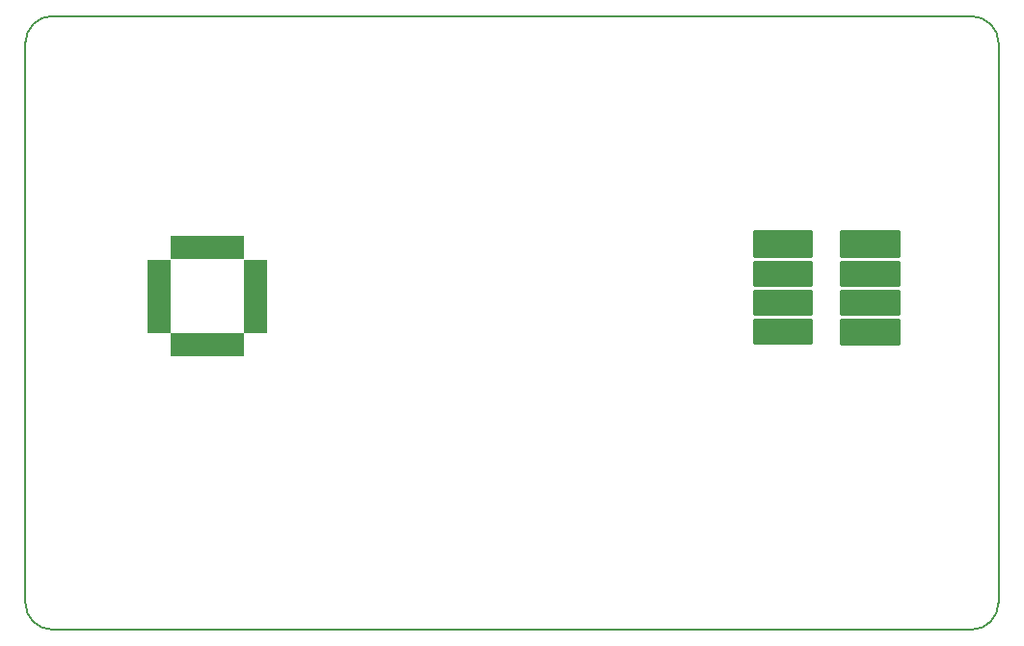
<source format=gbr>
%TF.GenerationSoftware,KiCad,Pcbnew,4.0.2+dfsg1-stable*%
%TF.CreationDate,2018-07-14T12:02:58+02:00*%
%TF.ProjectId,carte_7816,63617274655F373831362E6B69636164,rev?*%
%TF.FileFunction,Soldermask,Bot*%
%FSLAX46Y46*%
G04 Gerber Fmt 4.6, Leading zero omitted, Abs format (unit mm)*
G04 Created by KiCad (PCBNEW 4.0.2+dfsg1-stable) date sam. 14 juil. 2018 12:02:58 CEST*
%MOMM*%
G01*
G04 APERTURE LIST*
%ADD10C,0.150000*%
%ADD11R,0.950000X2.000000*%
%ADD12R,2.000000X0.950000*%
%ADD13C,0.254000*%
G04 APERTURE END LIST*
D10*
X85471000Y-2413000D02*
X85471000Y-51562000D01*
X2413000Y-53975000D02*
X83058000Y-53975000D01*
X0Y-2413000D02*
X0Y-51562000D01*
X83058000Y0D02*
X2413000Y0D01*
X83058000Y-53975000D02*
G75*
G03X85471000Y-51562000I0J2413000D01*
G01*
X0Y-51562000D02*
G75*
G03X2413000Y-53975000I2413000J0D01*
G01*
X2413000Y0D02*
G75*
G03X0Y-2413000I0J-2413000D01*
G01*
X85471000Y-2413000D02*
G75*
G03X83058000Y0I-2413000J0D01*
G01*
D11*
X13202000Y-20388000D03*
X14002000Y-20388000D03*
X14802000Y-20388000D03*
X15602000Y-20388000D03*
X16402000Y-20388000D03*
X17202000Y-20388000D03*
X18002000Y-20388000D03*
X18802000Y-20388000D03*
D12*
X20252000Y-21838000D03*
X20252000Y-22638000D03*
X20252000Y-23438000D03*
X20252000Y-24238000D03*
X20252000Y-25038000D03*
X20252000Y-25838000D03*
X20252000Y-26638000D03*
X20252000Y-27438000D03*
D11*
X18802000Y-28888000D03*
X18002000Y-28888000D03*
X17202000Y-28888000D03*
X16402000Y-28888000D03*
X15602000Y-28888000D03*
X14802000Y-28888000D03*
X14002000Y-28888000D03*
X13202000Y-28888000D03*
D12*
X11752000Y-27438000D03*
X11752000Y-26638000D03*
X11752000Y-25838000D03*
X11752000Y-25038000D03*
X11752000Y-24238000D03*
X11752000Y-23438000D03*
X11752000Y-22638000D03*
X11752000Y-21838000D03*
D13*
G36*
X68961000Y-21082000D02*
X64008000Y-21082000D01*
X64008000Y-18923000D01*
X68961000Y-18923000D01*
X68961000Y-21082000D01*
X68961000Y-21082000D01*
G37*
X68961000Y-21082000D02*
X64008000Y-21082000D01*
X64008000Y-18923000D01*
X68961000Y-18923000D01*
X68961000Y-21082000D01*
G36*
X68961000Y-23622000D02*
X64008000Y-23622000D01*
X64008000Y-21590000D01*
X68961000Y-21590000D01*
X68961000Y-23622000D01*
X68961000Y-23622000D01*
G37*
X68961000Y-23622000D02*
X64008000Y-23622000D01*
X64008000Y-21590000D01*
X68961000Y-21590000D01*
X68961000Y-23622000D01*
G36*
X68961000Y-26162000D02*
X64008000Y-26162000D01*
X64008000Y-24130000D01*
X68961000Y-24130000D01*
X68961000Y-26162000D01*
X68961000Y-26162000D01*
G37*
X68961000Y-26162000D02*
X64008000Y-26162000D01*
X64008000Y-24130000D01*
X68961000Y-24130000D01*
X68961000Y-26162000D01*
G36*
X68961000Y-28702000D02*
X64008000Y-28702000D01*
X64008000Y-26670000D01*
X68961000Y-26670000D01*
X68961000Y-28702000D01*
X68961000Y-28702000D01*
G37*
X68961000Y-28702000D02*
X64008000Y-28702000D01*
X64008000Y-26670000D01*
X68961000Y-26670000D01*
X68961000Y-28702000D01*
G36*
X76708000Y-21082000D02*
X71628000Y-21082000D01*
X71628000Y-18923000D01*
X76708000Y-18923000D01*
X76708000Y-21082000D01*
X76708000Y-21082000D01*
G37*
X76708000Y-21082000D02*
X71628000Y-21082000D01*
X71628000Y-18923000D01*
X76708000Y-18923000D01*
X76708000Y-21082000D01*
G36*
X76708000Y-23622000D02*
X71628000Y-23622000D01*
X71628000Y-21590000D01*
X76708000Y-21590000D01*
X76708000Y-23622000D01*
X76708000Y-23622000D01*
G37*
X76708000Y-23622000D02*
X71628000Y-23622000D01*
X71628000Y-21590000D01*
X76708000Y-21590000D01*
X76708000Y-23622000D01*
G36*
X76708000Y-26162000D02*
X71628000Y-26162000D01*
X71628000Y-24130000D01*
X76708000Y-24130000D01*
X76708000Y-26162000D01*
X76708000Y-26162000D01*
G37*
X76708000Y-26162000D02*
X71628000Y-26162000D01*
X71628000Y-24130000D01*
X76708000Y-24130000D01*
X76708000Y-26162000D01*
G36*
X76708000Y-28829000D02*
X71628000Y-28829000D01*
X71628000Y-26670000D01*
X76708000Y-26670000D01*
X76708000Y-28829000D01*
X76708000Y-28829000D01*
G37*
X76708000Y-28829000D02*
X71628000Y-28829000D01*
X71628000Y-26670000D01*
X76708000Y-26670000D01*
X76708000Y-28829000D01*
M02*

</source>
